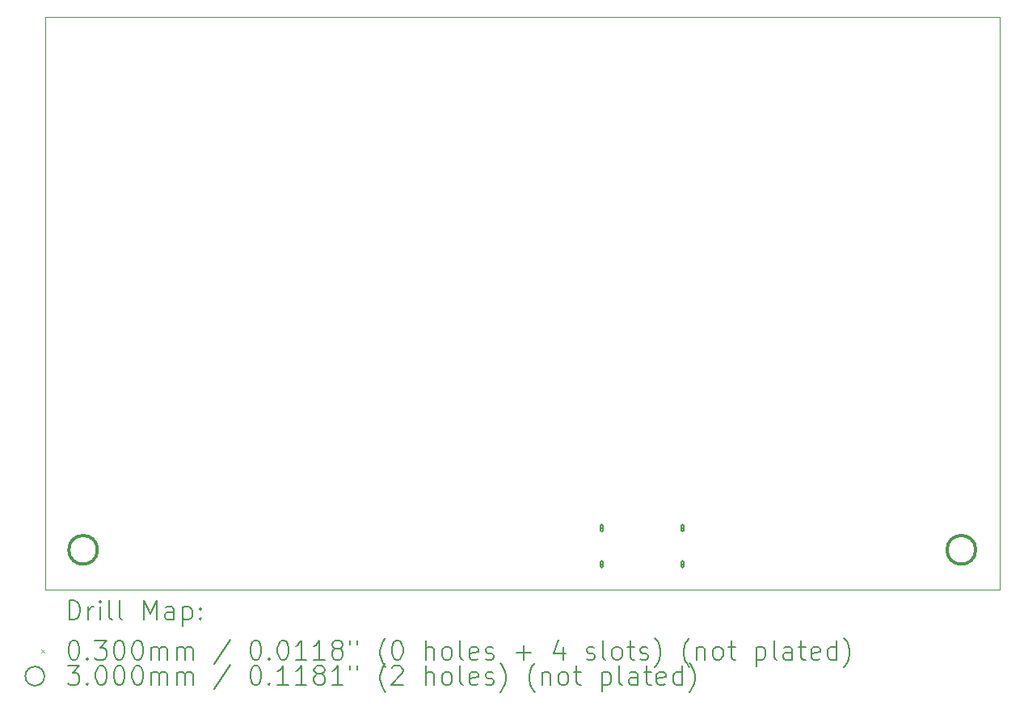
<source format=gbr>
%TF.GenerationSoftware,KiCad,Pcbnew,7.0.6*%
%TF.CreationDate,2024-06-10T15:38:22+10:00*%
%TF.ProjectId,AnalogVoltMeterClock,416e616c-6f67-4566-9f6c-744d65746572,rev?*%
%TF.SameCoordinates,Original*%
%TF.FileFunction,Drillmap*%
%TF.FilePolarity,Positive*%
%FSLAX45Y45*%
G04 Gerber Fmt 4.5, Leading zero omitted, Abs format (unit mm)*
G04 Created by KiCad (PCBNEW 7.0.6) date 2024-06-10 15:38:22*
%MOMM*%
%LPD*%
G01*
G04 APERTURE LIST*
%ADD10C,0.100000*%
%ADD11C,0.200000*%
%ADD12C,0.030000*%
%ADD13C,0.300000*%
G04 APERTURE END LIST*
D10*
X7700000Y-7000000D02*
X17700000Y-7000000D01*
X7700000Y-13000000D02*
X17700000Y-13000000D01*
X7700000Y-7000000D02*
X7700000Y-13000000D01*
X17700000Y-7000000D02*
X17700000Y-13000000D01*
D11*
D12*
X13518000Y-12720000D02*
X13548000Y-12750000D01*
X13548000Y-12720000D02*
X13518000Y-12750000D01*
D11*
X13548000Y-12760000D02*
X13548000Y-12710000D01*
X13548000Y-12710000D02*
G75*
G03*
X13518000Y-12710000I-15000J0D01*
G01*
X13518000Y-12710000D02*
X13518000Y-12760000D01*
X13518000Y-12760000D02*
G75*
G03*
X13548000Y-12760000I15000J0D01*
G01*
D12*
X13519500Y-12341250D02*
X13549500Y-12371250D01*
X13549500Y-12341250D02*
X13519500Y-12371250D01*
D11*
X13549500Y-12381250D02*
X13549500Y-12331250D01*
X13549500Y-12331250D02*
G75*
G03*
X13519500Y-12331250I-15000J0D01*
G01*
X13519500Y-12331250D02*
X13519500Y-12381250D01*
X13519500Y-12381250D02*
G75*
G03*
X13549500Y-12381250I15000J0D01*
G01*
D12*
X14364500Y-12341250D02*
X14394500Y-12371250D01*
X14394500Y-12341250D02*
X14364500Y-12371250D01*
D11*
X14394500Y-12381250D02*
X14394500Y-12331250D01*
X14394500Y-12331250D02*
G75*
G03*
X14364500Y-12331250I-15000J0D01*
G01*
X14364500Y-12331250D02*
X14364500Y-12381250D01*
X14364500Y-12381250D02*
G75*
G03*
X14394500Y-12381250I15000J0D01*
G01*
D12*
X14366000Y-12720000D02*
X14396000Y-12750000D01*
X14396000Y-12720000D02*
X14366000Y-12750000D01*
D11*
X14396000Y-12760000D02*
X14396000Y-12710000D01*
X14396000Y-12710000D02*
G75*
G03*
X14366000Y-12710000I-15000J0D01*
G01*
X14366000Y-12710000D02*
X14366000Y-12760000D01*
X14366000Y-12760000D02*
G75*
G03*
X14396000Y-12760000I15000J0D01*
G01*
D13*
X8250000Y-12585000D02*
G75*
G03*
X8250000Y-12585000I-150000J0D01*
G01*
X17450000Y-12585000D02*
G75*
G03*
X17450000Y-12585000I-150000J0D01*
G01*
D11*
X7955777Y-13316484D02*
X7955777Y-13116484D01*
X7955777Y-13116484D02*
X8003396Y-13116484D01*
X8003396Y-13116484D02*
X8031967Y-13126008D01*
X8031967Y-13126008D02*
X8051015Y-13145055D01*
X8051015Y-13145055D02*
X8060539Y-13164103D01*
X8060539Y-13164103D02*
X8070062Y-13202198D01*
X8070062Y-13202198D02*
X8070062Y-13230769D01*
X8070062Y-13230769D02*
X8060539Y-13268865D01*
X8060539Y-13268865D02*
X8051015Y-13287912D01*
X8051015Y-13287912D02*
X8031967Y-13306960D01*
X8031967Y-13306960D02*
X8003396Y-13316484D01*
X8003396Y-13316484D02*
X7955777Y-13316484D01*
X8155777Y-13316484D02*
X8155777Y-13183150D01*
X8155777Y-13221246D02*
X8165301Y-13202198D01*
X8165301Y-13202198D02*
X8174824Y-13192674D01*
X8174824Y-13192674D02*
X8193872Y-13183150D01*
X8193872Y-13183150D02*
X8212920Y-13183150D01*
X8279586Y-13316484D02*
X8279586Y-13183150D01*
X8279586Y-13116484D02*
X8270062Y-13126008D01*
X8270062Y-13126008D02*
X8279586Y-13135531D01*
X8279586Y-13135531D02*
X8289110Y-13126008D01*
X8289110Y-13126008D02*
X8279586Y-13116484D01*
X8279586Y-13116484D02*
X8279586Y-13135531D01*
X8403396Y-13316484D02*
X8384348Y-13306960D01*
X8384348Y-13306960D02*
X8374824Y-13287912D01*
X8374824Y-13287912D02*
X8374824Y-13116484D01*
X8508158Y-13316484D02*
X8489110Y-13306960D01*
X8489110Y-13306960D02*
X8479586Y-13287912D01*
X8479586Y-13287912D02*
X8479586Y-13116484D01*
X8736729Y-13316484D02*
X8736729Y-13116484D01*
X8736729Y-13116484D02*
X8803396Y-13259341D01*
X8803396Y-13259341D02*
X8870063Y-13116484D01*
X8870063Y-13116484D02*
X8870063Y-13316484D01*
X9051015Y-13316484D02*
X9051015Y-13211722D01*
X9051015Y-13211722D02*
X9041491Y-13192674D01*
X9041491Y-13192674D02*
X9022444Y-13183150D01*
X9022444Y-13183150D02*
X8984348Y-13183150D01*
X8984348Y-13183150D02*
X8965301Y-13192674D01*
X9051015Y-13306960D02*
X9031967Y-13316484D01*
X9031967Y-13316484D02*
X8984348Y-13316484D01*
X8984348Y-13316484D02*
X8965301Y-13306960D01*
X8965301Y-13306960D02*
X8955777Y-13287912D01*
X8955777Y-13287912D02*
X8955777Y-13268865D01*
X8955777Y-13268865D02*
X8965301Y-13249817D01*
X8965301Y-13249817D02*
X8984348Y-13240293D01*
X8984348Y-13240293D02*
X9031967Y-13240293D01*
X9031967Y-13240293D02*
X9051015Y-13230769D01*
X9146253Y-13183150D02*
X9146253Y-13383150D01*
X9146253Y-13192674D02*
X9165301Y-13183150D01*
X9165301Y-13183150D02*
X9203396Y-13183150D01*
X9203396Y-13183150D02*
X9222444Y-13192674D01*
X9222444Y-13192674D02*
X9231967Y-13202198D01*
X9231967Y-13202198D02*
X9241491Y-13221246D01*
X9241491Y-13221246D02*
X9241491Y-13278388D01*
X9241491Y-13278388D02*
X9231967Y-13297436D01*
X9231967Y-13297436D02*
X9222444Y-13306960D01*
X9222444Y-13306960D02*
X9203396Y-13316484D01*
X9203396Y-13316484D02*
X9165301Y-13316484D01*
X9165301Y-13316484D02*
X9146253Y-13306960D01*
X9327205Y-13297436D02*
X9336729Y-13306960D01*
X9336729Y-13306960D02*
X9327205Y-13316484D01*
X9327205Y-13316484D02*
X9317682Y-13306960D01*
X9317682Y-13306960D02*
X9327205Y-13297436D01*
X9327205Y-13297436D02*
X9327205Y-13316484D01*
X9327205Y-13192674D02*
X9336729Y-13202198D01*
X9336729Y-13202198D02*
X9327205Y-13211722D01*
X9327205Y-13211722D02*
X9317682Y-13202198D01*
X9317682Y-13202198D02*
X9327205Y-13192674D01*
X9327205Y-13192674D02*
X9327205Y-13211722D01*
D12*
X7665000Y-13630000D02*
X7695000Y-13660000D01*
X7695000Y-13630000D02*
X7665000Y-13660000D01*
D11*
X7993872Y-13536484D02*
X8012920Y-13536484D01*
X8012920Y-13536484D02*
X8031967Y-13546008D01*
X8031967Y-13546008D02*
X8041491Y-13555531D01*
X8041491Y-13555531D02*
X8051015Y-13574579D01*
X8051015Y-13574579D02*
X8060539Y-13612674D01*
X8060539Y-13612674D02*
X8060539Y-13660293D01*
X8060539Y-13660293D02*
X8051015Y-13698388D01*
X8051015Y-13698388D02*
X8041491Y-13717436D01*
X8041491Y-13717436D02*
X8031967Y-13726960D01*
X8031967Y-13726960D02*
X8012920Y-13736484D01*
X8012920Y-13736484D02*
X7993872Y-13736484D01*
X7993872Y-13736484D02*
X7974824Y-13726960D01*
X7974824Y-13726960D02*
X7965301Y-13717436D01*
X7965301Y-13717436D02*
X7955777Y-13698388D01*
X7955777Y-13698388D02*
X7946253Y-13660293D01*
X7946253Y-13660293D02*
X7946253Y-13612674D01*
X7946253Y-13612674D02*
X7955777Y-13574579D01*
X7955777Y-13574579D02*
X7965301Y-13555531D01*
X7965301Y-13555531D02*
X7974824Y-13546008D01*
X7974824Y-13546008D02*
X7993872Y-13536484D01*
X8146253Y-13717436D02*
X8155777Y-13726960D01*
X8155777Y-13726960D02*
X8146253Y-13736484D01*
X8146253Y-13736484D02*
X8136729Y-13726960D01*
X8136729Y-13726960D02*
X8146253Y-13717436D01*
X8146253Y-13717436D02*
X8146253Y-13736484D01*
X8222443Y-13536484D02*
X8346253Y-13536484D01*
X8346253Y-13536484D02*
X8279586Y-13612674D01*
X8279586Y-13612674D02*
X8308158Y-13612674D01*
X8308158Y-13612674D02*
X8327205Y-13622198D01*
X8327205Y-13622198D02*
X8336729Y-13631722D01*
X8336729Y-13631722D02*
X8346253Y-13650769D01*
X8346253Y-13650769D02*
X8346253Y-13698388D01*
X8346253Y-13698388D02*
X8336729Y-13717436D01*
X8336729Y-13717436D02*
X8327205Y-13726960D01*
X8327205Y-13726960D02*
X8308158Y-13736484D01*
X8308158Y-13736484D02*
X8251015Y-13736484D01*
X8251015Y-13736484D02*
X8231967Y-13726960D01*
X8231967Y-13726960D02*
X8222443Y-13717436D01*
X8470063Y-13536484D02*
X8489110Y-13536484D01*
X8489110Y-13536484D02*
X8508158Y-13546008D01*
X8508158Y-13546008D02*
X8517682Y-13555531D01*
X8517682Y-13555531D02*
X8527205Y-13574579D01*
X8527205Y-13574579D02*
X8536729Y-13612674D01*
X8536729Y-13612674D02*
X8536729Y-13660293D01*
X8536729Y-13660293D02*
X8527205Y-13698388D01*
X8527205Y-13698388D02*
X8517682Y-13717436D01*
X8517682Y-13717436D02*
X8508158Y-13726960D01*
X8508158Y-13726960D02*
X8489110Y-13736484D01*
X8489110Y-13736484D02*
X8470063Y-13736484D01*
X8470063Y-13736484D02*
X8451015Y-13726960D01*
X8451015Y-13726960D02*
X8441491Y-13717436D01*
X8441491Y-13717436D02*
X8431967Y-13698388D01*
X8431967Y-13698388D02*
X8422444Y-13660293D01*
X8422444Y-13660293D02*
X8422444Y-13612674D01*
X8422444Y-13612674D02*
X8431967Y-13574579D01*
X8431967Y-13574579D02*
X8441491Y-13555531D01*
X8441491Y-13555531D02*
X8451015Y-13546008D01*
X8451015Y-13546008D02*
X8470063Y-13536484D01*
X8660539Y-13536484D02*
X8679586Y-13536484D01*
X8679586Y-13536484D02*
X8698634Y-13546008D01*
X8698634Y-13546008D02*
X8708158Y-13555531D01*
X8708158Y-13555531D02*
X8717682Y-13574579D01*
X8717682Y-13574579D02*
X8727205Y-13612674D01*
X8727205Y-13612674D02*
X8727205Y-13660293D01*
X8727205Y-13660293D02*
X8717682Y-13698388D01*
X8717682Y-13698388D02*
X8708158Y-13717436D01*
X8708158Y-13717436D02*
X8698634Y-13726960D01*
X8698634Y-13726960D02*
X8679586Y-13736484D01*
X8679586Y-13736484D02*
X8660539Y-13736484D01*
X8660539Y-13736484D02*
X8641491Y-13726960D01*
X8641491Y-13726960D02*
X8631967Y-13717436D01*
X8631967Y-13717436D02*
X8622444Y-13698388D01*
X8622444Y-13698388D02*
X8612920Y-13660293D01*
X8612920Y-13660293D02*
X8612920Y-13612674D01*
X8612920Y-13612674D02*
X8622444Y-13574579D01*
X8622444Y-13574579D02*
X8631967Y-13555531D01*
X8631967Y-13555531D02*
X8641491Y-13546008D01*
X8641491Y-13546008D02*
X8660539Y-13536484D01*
X8812920Y-13736484D02*
X8812920Y-13603150D01*
X8812920Y-13622198D02*
X8822444Y-13612674D01*
X8822444Y-13612674D02*
X8841491Y-13603150D01*
X8841491Y-13603150D02*
X8870063Y-13603150D01*
X8870063Y-13603150D02*
X8889110Y-13612674D01*
X8889110Y-13612674D02*
X8898634Y-13631722D01*
X8898634Y-13631722D02*
X8898634Y-13736484D01*
X8898634Y-13631722D02*
X8908158Y-13612674D01*
X8908158Y-13612674D02*
X8927205Y-13603150D01*
X8927205Y-13603150D02*
X8955777Y-13603150D01*
X8955777Y-13603150D02*
X8974825Y-13612674D01*
X8974825Y-13612674D02*
X8984348Y-13631722D01*
X8984348Y-13631722D02*
X8984348Y-13736484D01*
X9079586Y-13736484D02*
X9079586Y-13603150D01*
X9079586Y-13622198D02*
X9089110Y-13612674D01*
X9089110Y-13612674D02*
X9108158Y-13603150D01*
X9108158Y-13603150D02*
X9136729Y-13603150D01*
X9136729Y-13603150D02*
X9155777Y-13612674D01*
X9155777Y-13612674D02*
X9165301Y-13631722D01*
X9165301Y-13631722D02*
X9165301Y-13736484D01*
X9165301Y-13631722D02*
X9174825Y-13612674D01*
X9174825Y-13612674D02*
X9193872Y-13603150D01*
X9193872Y-13603150D02*
X9222444Y-13603150D01*
X9222444Y-13603150D02*
X9241491Y-13612674D01*
X9241491Y-13612674D02*
X9251015Y-13631722D01*
X9251015Y-13631722D02*
X9251015Y-13736484D01*
X9641491Y-13526960D02*
X9470063Y-13784103D01*
X9898634Y-13536484D02*
X9917682Y-13536484D01*
X9917682Y-13536484D02*
X9936729Y-13546008D01*
X9936729Y-13546008D02*
X9946253Y-13555531D01*
X9946253Y-13555531D02*
X9955777Y-13574579D01*
X9955777Y-13574579D02*
X9965301Y-13612674D01*
X9965301Y-13612674D02*
X9965301Y-13660293D01*
X9965301Y-13660293D02*
X9955777Y-13698388D01*
X9955777Y-13698388D02*
X9946253Y-13717436D01*
X9946253Y-13717436D02*
X9936729Y-13726960D01*
X9936729Y-13726960D02*
X9917682Y-13736484D01*
X9917682Y-13736484D02*
X9898634Y-13736484D01*
X9898634Y-13736484D02*
X9879587Y-13726960D01*
X9879587Y-13726960D02*
X9870063Y-13717436D01*
X9870063Y-13717436D02*
X9860539Y-13698388D01*
X9860539Y-13698388D02*
X9851015Y-13660293D01*
X9851015Y-13660293D02*
X9851015Y-13612674D01*
X9851015Y-13612674D02*
X9860539Y-13574579D01*
X9860539Y-13574579D02*
X9870063Y-13555531D01*
X9870063Y-13555531D02*
X9879587Y-13546008D01*
X9879587Y-13546008D02*
X9898634Y-13536484D01*
X10051015Y-13717436D02*
X10060539Y-13726960D01*
X10060539Y-13726960D02*
X10051015Y-13736484D01*
X10051015Y-13736484D02*
X10041491Y-13726960D01*
X10041491Y-13726960D02*
X10051015Y-13717436D01*
X10051015Y-13717436D02*
X10051015Y-13736484D01*
X10184348Y-13536484D02*
X10203396Y-13536484D01*
X10203396Y-13536484D02*
X10222444Y-13546008D01*
X10222444Y-13546008D02*
X10231968Y-13555531D01*
X10231968Y-13555531D02*
X10241491Y-13574579D01*
X10241491Y-13574579D02*
X10251015Y-13612674D01*
X10251015Y-13612674D02*
X10251015Y-13660293D01*
X10251015Y-13660293D02*
X10241491Y-13698388D01*
X10241491Y-13698388D02*
X10231968Y-13717436D01*
X10231968Y-13717436D02*
X10222444Y-13726960D01*
X10222444Y-13726960D02*
X10203396Y-13736484D01*
X10203396Y-13736484D02*
X10184348Y-13736484D01*
X10184348Y-13736484D02*
X10165301Y-13726960D01*
X10165301Y-13726960D02*
X10155777Y-13717436D01*
X10155777Y-13717436D02*
X10146253Y-13698388D01*
X10146253Y-13698388D02*
X10136729Y-13660293D01*
X10136729Y-13660293D02*
X10136729Y-13612674D01*
X10136729Y-13612674D02*
X10146253Y-13574579D01*
X10146253Y-13574579D02*
X10155777Y-13555531D01*
X10155777Y-13555531D02*
X10165301Y-13546008D01*
X10165301Y-13546008D02*
X10184348Y-13536484D01*
X10441491Y-13736484D02*
X10327206Y-13736484D01*
X10384348Y-13736484D02*
X10384348Y-13536484D01*
X10384348Y-13536484D02*
X10365301Y-13565055D01*
X10365301Y-13565055D02*
X10346253Y-13584103D01*
X10346253Y-13584103D02*
X10327206Y-13593627D01*
X10631968Y-13736484D02*
X10517682Y-13736484D01*
X10574825Y-13736484D02*
X10574825Y-13536484D01*
X10574825Y-13536484D02*
X10555777Y-13565055D01*
X10555777Y-13565055D02*
X10536729Y-13584103D01*
X10536729Y-13584103D02*
X10517682Y-13593627D01*
X10746253Y-13622198D02*
X10727206Y-13612674D01*
X10727206Y-13612674D02*
X10717682Y-13603150D01*
X10717682Y-13603150D02*
X10708158Y-13584103D01*
X10708158Y-13584103D02*
X10708158Y-13574579D01*
X10708158Y-13574579D02*
X10717682Y-13555531D01*
X10717682Y-13555531D02*
X10727206Y-13546008D01*
X10727206Y-13546008D02*
X10746253Y-13536484D01*
X10746253Y-13536484D02*
X10784349Y-13536484D01*
X10784349Y-13536484D02*
X10803396Y-13546008D01*
X10803396Y-13546008D02*
X10812920Y-13555531D01*
X10812920Y-13555531D02*
X10822444Y-13574579D01*
X10822444Y-13574579D02*
X10822444Y-13584103D01*
X10822444Y-13584103D02*
X10812920Y-13603150D01*
X10812920Y-13603150D02*
X10803396Y-13612674D01*
X10803396Y-13612674D02*
X10784349Y-13622198D01*
X10784349Y-13622198D02*
X10746253Y-13622198D01*
X10746253Y-13622198D02*
X10727206Y-13631722D01*
X10727206Y-13631722D02*
X10717682Y-13641246D01*
X10717682Y-13641246D02*
X10708158Y-13660293D01*
X10708158Y-13660293D02*
X10708158Y-13698388D01*
X10708158Y-13698388D02*
X10717682Y-13717436D01*
X10717682Y-13717436D02*
X10727206Y-13726960D01*
X10727206Y-13726960D02*
X10746253Y-13736484D01*
X10746253Y-13736484D02*
X10784349Y-13736484D01*
X10784349Y-13736484D02*
X10803396Y-13726960D01*
X10803396Y-13726960D02*
X10812920Y-13717436D01*
X10812920Y-13717436D02*
X10822444Y-13698388D01*
X10822444Y-13698388D02*
X10822444Y-13660293D01*
X10822444Y-13660293D02*
X10812920Y-13641246D01*
X10812920Y-13641246D02*
X10803396Y-13631722D01*
X10803396Y-13631722D02*
X10784349Y-13622198D01*
X10898634Y-13536484D02*
X10898634Y-13574579D01*
X10974825Y-13536484D02*
X10974825Y-13574579D01*
X11270063Y-13812674D02*
X11260539Y-13803150D01*
X11260539Y-13803150D02*
X11241491Y-13774579D01*
X11241491Y-13774579D02*
X11231968Y-13755531D01*
X11231968Y-13755531D02*
X11222444Y-13726960D01*
X11222444Y-13726960D02*
X11212920Y-13679341D01*
X11212920Y-13679341D02*
X11212920Y-13641246D01*
X11212920Y-13641246D02*
X11222444Y-13593627D01*
X11222444Y-13593627D02*
X11231968Y-13565055D01*
X11231968Y-13565055D02*
X11241491Y-13546008D01*
X11241491Y-13546008D02*
X11260539Y-13517436D01*
X11260539Y-13517436D02*
X11270063Y-13507912D01*
X11384348Y-13536484D02*
X11403396Y-13536484D01*
X11403396Y-13536484D02*
X11422444Y-13546008D01*
X11422444Y-13546008D02*
X11431968Y-13555531D01*
X11431968Y-13555531D02*
X11441491Y-13574579D01*
X11441491Y-13574579D02*
X11451015Y-13612674D01*
X11451015Y-13612674D02*
X11451015Y-13660293D01*
X11451015Y-13660293D02*
X11441491Y-13698388D01*
X11441491Y-13698388D02*
X11431968Y-13717436D01*
X11431968Y-13717436D02*
X11422444Y-13726960D01*
X11422444Y-13726960D02*
X11403396Y-13736484D01*
X11403396Y-13736484D02*
X11384348Y-13736484D01*
X11384348Y-13736484D02*
X11365301Y-13726960D01*
X11365301Y-13726960D02*
X11355777Y-13717436D01*
X11355777Y-13717436D02*
X11346253Y-13698388D01*
X11346253Y-13698388D02*
X11336729Y-13660293D01*
X11336729Y-13660293D02*
X11336729Y-13612674D01*
X11336729Y-13612674D02*
X11346253Y-13574579D01*
X11346253Y-13574579D02*
X11355777Y-13555531D01*
X11355777Y-13555531D02*
X11365301Y-13546008D01*
X11365301Y-13546008D02*
X11384348Y-13536484D01*
X11689110Y-13736484D02*
X11689110Y-13536484D01*
X11774825Y-13736484D02*
X11774825Y-13631722D01*
X11774825Y-13631722D02*
X11765301Y-13612674D01*
X11765301Y-13612674D02*
X11746253Y-13603150D01*
X11746253Y-13603150D02*
X11717682Y-13603150D01*
X11717682Y-13603150D02*
X11698634Y-13612674D01*
X11698634Y-13612674D02*
X11689110Y-13622198D01*
X11898634Y-13736484D02*
X11879587Y-13726960D01*
X11879587Y-13726960D02*
X11870063Y-13717436D01*
X11870063Y-13717436D02*
X11860539Y-13698388D01*
X11860539Y-13698388D02*
X11860539Y-13641246D01*
X11860539Y-13641246D02*
X11870063Y-13622198D01*
X11870063Y-13622198D02*
X11879587Y-13612674D01*
X11879587Y-13612674D02*
X11898634Y-13603150D01*
X11898634Y-13603150D02*
X11927206Y-13603150D01*
X11927206Y-13603150D02*
X11946253Y-13612674D01*
X11946253Y-13612674D02*
X11955777Y-13622198D01*
X11955777Y-13622198D02*
X11965301Y-13641246D01*
X11965301Y-13641246D02*
X11965301Y-13698388D01*
X11965301Y-13698388D02*
X11955777Y-13717436D01*
X11955777Y-13717436D02*
X11946253Y-13726960D01*
X11946253Y-13726960D02*
X11927206Y-13736484D01*
X11927206Y-13736484D02*
X11898634Y-13736484D01*
X12079587Y-13736484D02*
X12060539Y-13726960D01*
X12060539Y-13726960D02*
X12051015Y-13707912D01*
X12051015Y-13707912D02*
X12051015Y-13536484D01*
X12231968Y-13726960D02*
X12212920Y-13736484D01*
X12212920Y-13736484D02*
X12174825Y-13736484D01*
X12174825Y-13736484D02*
X12155777Y-13726960D01*
X12155777Y-13726960D02*
X12146253Y-13707912D01*
X12146253Y-13707912D02*
X12146253Y-13631722D01*
X12146253Y-13631722D02*
X12155777Y-13612674D01*
X12155777Y-13612674D02*
X12174825Y-13603150D01*
X12174825Y-13603150D02*
X12212920Y-13603150D01*
X12212920Y-13603150D02*
X12231968Y-13612674D01*
X12231968Y-13612674D02*
X12241491Y-13631722D01*
X12241491Y-13631722D02*
X12241491Y-13650769D01*
X12241491Y-13650769D02*
X12146253Y-13669817D01*
X12317682Y-13726960D02*
X12336730Y-13736484D01*
X12336730Y-13736484D02*
X12374825Y-13736484D01*
X12374825Y-13736484D02*
X12393872Y-13726960D01*
X12393872Y-13726960D02*
X12403396Y-13707912D01*
X12403396Y-13707912D02*
X12403396Y-13698388D01*
X12403396Y-13698388D02*
X12393872Y-13679341D01*
X12393872Y-13679341D02*
X12374825Y-13669817D01*
X12374825Y-13669817D02*
X12346253Y-13669817D01*
X12346253Y-13669817D02*
X12327206Y-13660293D01*
X12327206Y-13660293D02*
X12317682Y-13641246D01*
X12317682Y-13641246D02*
X12317682Y-13631722D01*
X12317682Y-13631722D02*
X12327206Y-13612674D01*
X12327206Y-13612674D02*
X12346253Y-13603150D01*
X12346253Y-13603150D02*
X12374825Y-13603150D01*
X12374825Y-13603150D02*
X12393872Y-13612674D01*
X12641492Y-13660293D02*
X12793873Y-13660293D01*
X12717682Y-13736484D02*
X12717682Y-13584103D01*
X13127206Y-13603150D02*
X13127206Y-13736484D01*
X13079587Y-13526960D02*
X13031968Y-13669817D01*
X13031968Y-13669817D02*
X13155777Y-13669817D01*
X13374825Y-13726960D02*
X13393873Y-13736484D01*
X13393873Y-13736484D02*
X13431968Y-13736484D01*
X13431968Y-13736484D02*
X13451015Y-13726960D01*
X13451015Y-13726960D02*
X13460539Y-13707912D01*
X13460539Y-13707912D02*
X13460539Y-13698388D01*
X13460539Y-13698388D02*
X13451015Y-13679341D01*
X13451015Y-13679341D02*
X13431968Y-13669817D01*
X13431968Y-13669817D02*
X13403396Y-13669817D01*
X13403396Y-13669817D02*
X13384349Y-13660293D01*
X13384349Y-13660293D02*
X13374825Y-13641246D01*
X13374825Y-13641246D02*
X13374825Y-13631722D01*
X13374825Y-13631722D02*
X13384349Y-13612674D01*
X13384349Y-13612674D02*
X13403396Y-13603150D01*
X13403396Y-13603150D02*
X13431968Y-13603150D01*
X13431968Y-13603150D02*
X13451015Y-13612674D01*
X13574825Y-13736484D02*
X13555777Y-13726960D01*
X13555777Y-13726960D02*
X13546254Y-13707912D01*
X13546254Y-13707912D02*
X13546254Y-13536484D01*
X13679587Y-13736484D02*
X13660539Y-13726960D01*
X13660539Y-13726960D02*
X13651015Y-13717436D01*
X13651015Y-13717436D02*
X13641492Y-13698388D01*
X13641492Y-13698388D02*
X13641492Y-13641246D01*
X13641492Y-13641246D02*
X13651015Y-13622198D01*
X13651015Y-13622198D02*
X13660539Y-13612674D01*
X13660539Y-13612674D02*
X13679587Y-13603150D01*
X13679587Y-13603150D02*
X13708158Y-13603150D01*
X13708158Y-13603150D02*
X13727206Y-13612674D01*
X13727206Y-13612674D02*
X13736730Y-13622198D01*
X13736730Y-13622198D02*
X13746254Y-13641246D01*
X13746254Y-13641246D02*
X13746254Y-13698388D01*
X13746254Y-13698388D02*
X13736730Y-13717436D01*
X13736730Y-13717436D02*
X13727206Y-13726960D01*
X13727206Y-13726960D02*
X13708158Y-13736484D01*
X13708158Y-13736484D02*
X13679587Y-13736484D01*
X13803396Y-13603150D02*
X13879587Y-13603150D01*
X13831968Y-13536484D02*
X13831968Y-13707912D01*
X13831968Y-13707912D02*
X13841492Y-13726960D01*
X13841492Y-13726960D02*
X13860539Y-13736484D01*
X13860539Y-13736484D02*
X13879587Y-13736484D01*
X13936730Y-13726960D02*
X13955777Y-13736484D01*
X13955777Y-13736484D02*
X13993873Y-13736484D01*
X13993873Y-13736484D02*
X14012920Y-13726960D01*
X14012920Y-13726960D02*
X14022444Y-13707912D01*
X14022444Y-13707912D02*
X14022444Y-13698388D01*
X14022444Y-13698388D02*
X14012920Y-13679341D01*
X14012920Y-13679341D02*
X13993873Y-13669817D01*
X13993873Y-13669817D02*
X13965301Y-13669817D01*
X13965301Y-13669817D02*
X13946254Y-13660293D01*
X13946254Y-13660293D02*
X13936730Y-13641246D01*
X13936730Y-13641246D02*
X13936730Y-13631722D01*
X13936730Y-13631722D02*
X13946254Y-13612674D01*
X13946254Y-13612674D02*
X13965301Y-13603150D01*
X13965301Y-13603150D02*
X13993873Y-13603150D01*
X13993873Y-13603150D02*
X14012920Y-13612674D01*
X14089111Y-13812674D02*
X14098635Y-13803150D01*
X14098635Y-13803150D02*
X14117682Y-13774579D01*
X14117682Y-13774579D02*
X14127206Y-13755531D01*
X14127206Y-13755531D02*
X14136730Y-13726960D01*
X14136730Y-13726960D02*
X14146254Y-13679341D01*
X14146254Y-13679341D02*
X14146254Y-13641246D01*
X14146254Y-13641246D02*
X14136730Y-13593627D01*
X14136730Y-13593627D02*
X14127206Y-13565055D01*
X14127206Y-13565055D02*
X14117682Y-13546008D01*
X14117682Y-13546008D02*
X14098635Y-13517436D01*
X14098635Y-13517436D02*
X14089111Y-13507912D01*
X14451016Y-13812674D02*
X14441492Y-13803150D01*
X14441492Y-13803150D02*
X14422444Y-13774579D01*
X14422444Y-13774579D02*
X14412920Y-13755531D01*
X14412920Y-13755531D02*
X14403396Y-13726960D01*
X14403396Y-13726960D02*
X14393873Y-13679341D01*
X14393873Y-13679341D02*
X14393873Y-13641246D01*
X14393873Y-13641246D02*
X14403396Y-13593627D01*
X14403396Y-13593627D02*
X14412920Y-13565055D01*
X14412920Y-13565055D02*
X14422444Y-13546008D01*
X14422444Y-13546008D02*
X14441492Y-13517436D01*
X14441492Y-13517436D02*
X14451016Y-13507912D01*
X14527206Y-13603150D02*
X14527206Y-13736484D01*
X14527206Y-13622198D02*
X14536730Y-13612674D01*
X14536730Y-13612674D02*
X14555777Y-13603150D01*
X14555777Y-13603150D02*
X14584349Y-13603150D01*
X14584349Y-13603150D02*
X14603396Y-13612674D01*
X14603396Y-13612674D02*
X14612920Y-13631722D01*
X14612920Y-13631722D02*
X14612920Y-13736484D01*
X14736730Y-13736484D02*
X14717682Y-13726960D01*
X14717682Y-13726960D02*
X14708158Y-13717436D01*
X14708158Y-13717436D02*
X14698635Y-13698388D01*
X14698635Y-13698388D02*
X14698635Y-13641246D01*
X14698635Y-13641246D02*
X14708158Y-13622198D01*
X14708158Y-13622198D02*
X14717682Y-13612674D01*
X14717682Y-13612674D02*
X14736730Y-13603150D01*
X14736730Y-13603150D02*
X14765301Y-13603150D01*
X14765301Y-13603150D02*
X14784349Y-13612674D01*
X14784349Y-13612674D02*
X14793873Y-13622198D01*
X14793873Y-13622198D02*
X14803396Y-13641246D01*
X14803396Y-13641246D02*
X14803396Y-13698388D01*
X14803396Y-13698388D02*
X14793873Y-13717436D01*
X14793873Y-13717436D02*
X14784349Y-13726960D01*
X14784349Y-13726960D02*
X14765301Y-13736484D01*
X14765301Y-13736484D02*
X14736730Y-13736484D01*
X14860539Y-13603150D02*
X14936730Y-13603150D01*
X14889111Y-13536484D02*
X14889111Y-13707912D01*
X14889111Y-13707912D02*
X14898635Y-13726960D01*
X14898635Y-13726960D02*
X14917682Y-13736484D01*
X14917682Y-13736484D02*
X14936730Y-13736484D01*
X15155777Y-13603150D02*
X15155777Y-13803150D01*
X15155777Y-13612674D02*
X15174825Y-13603150D01*
X15174825Y-13603150D02*
X15212920Y-13603150D01*
X15212920Y-13603150D02*
X15231968Y-13612674D01*
X15231968Y-13612674D02*
X15241492Y-13622198D01*
X15241492Y-13622198D02*
X15251016Y-13641246D01*
X15251016Y-13641246D02*
X15251016Y-13698388D01*
X15251016Y-13698388D02*
X15241492Y-13717436D01*
X15241492Y-13717436D02*
X15231968Y-13726960D01*
X15231968Y-13726960D02*
X15212920Y-13736484D01*
X15212920Y-13736484D02*
X15174825Y-13736484D01*
X15174825Y-13736484D02*
X15155777Y-13726960D01*
X15365301Y-13736484D02*
X15346254Y-13726960D01*
X15346254Y-13726960D02*
X15336730Y-13707912D01*
X15336730Y-13707912D02*
X15336730Y-13536484D01*
X15527206Y-13736484D02*
X15527206Y-13631722D01*
X15527206Y-13631722D02*
X15517682Y-13612674D01*
X15517682Y-13612674D02*
X15498635Y-13603150D01*
X15498635Y-13603150D02*
X15460539Y-13603150D01*
X15460539Y-13603150D02*
X15441492Y-13612674D01*
X15527206Y-13726960D02*
X15508158Y-13736484D01*
X15508158Y-13736484D02*
X15460539Y-13736484D01*
X15460539Y-13736484D02*
X15441492Y-13726960D01*
X15441492Y-13726960D02*
X15431968Y-13707912D01*
X15431968Y-13707912D02*
X15431968Y-13688865D01*
X15431968Y-13688865D02*
X15441492Y-13669817D01*
X15441492Y-13669817D02*
X15460539Y-13660293D01*
X15460539Y-13660293D02*
X15508158Y-13660293D01*
X15508158Y-13660293D02*
X15527206Y-13650769D01*
X15593873Y-13603150D02*
X15670063Y-13603150D01*
X15622444Y-13536484D02*
X15622444Y-13707912D01*
X15622444Y-13707912D02*
X15631968Y-13726960D01*
X15631968Y-13726960D02*
X15651016Y-13736484D01*
X15651016Y-13736484D02*
X15670063Y-13736484D01*
X15812920Y-13726960D02*
X15793873Y-13736484D01*
X15793873Y-13736484D02*
X15755777Y-13736484D01*
X15755777Y-13736484D02*
X15736730Y-13726960D01*
X15736730Y-13726960D02*
X15727206Y-13707912D01*
X15727206Y-13707912D02*
X15727206Y-13631722D01*
X15727206Y-13631722D02*
X15736730Y-13612674D01*
X15736730Y-13612674D02*
X15755777Y-13603150D01*
X15755777Y-13603150D02*
X15793873Y-13603150D01*
X15793873Y-13603150D02*
X15812920Y-13612674D01*
X15812920Y-13612674D02*
X15822444Y-13631722D01*
X15822444Y-13631722D02*
X15822444Y-13650769D01*
X15822444Y-13650769D02*
X15727206Y-13669817D01*
X15993873Y-13736484D02*
X15993873Y-13536484D01*
X15993873Y-13726960D02*
X15974825Y-13736484D01*
X15974825Y-13736484D02*
X15936730Y-13736484D01*
X15936730Y-13736484D02*
X15917682Y-13726960D01*
X15917682Y-13726960D02*
X15908158Y-13717436D01*
X15908158Y-13717436D02*
X15898635Y-13698388D01*
X15898635Y-13698388D02*
X15898635Y-13641246D01*
X15898635Y-13641246D02*
X15908158Y-13622198D01*
X15908158Y-13622198D02*
X15917682Y-13612674D01*
X15917682Y-13612674D02*
X15936730Y-13603150D01*
X15936730Y-13603150D02*
X15974825Y-13603150D01*
X15974825Y-13603150D02*
X15993873Y-13612674D01*
X16070063Y-13812674D02*
X16079587Y-13803150D01*
X16079587Y-13803150D02*
X16098635Y-13774579D01*
X16098635Y-13774579D02*
X16108158Y-13755531D01*
X16108158Y-13755531D02*
X16117682Y-13726960D01*
X16117682Y-13726960D02*
X16127206Y-13679341D01*
X16127206Y-13679341D02*
X16127206Y-13641246D01*
X16127206Y-13641246D02*
X16117682Y-13593627D01*
X16117682Y-13593627D02*
X16108158Y-13565055D01*
X16108158Y-13565055D02*
X16098635Y-13546008D01*
X16098635Y-13546008D02*
X16079587Y-13517436D01*
X16079587Y-13517436D02*
X16070063Y-13507912D01*
X7695000Y-13909000D02*
G75*
G03*
X7695000Y-13909000I-100000J0D01*
G01*
X7936729Y-13800484D02*
X8060539Y-13800484D01*
X8060539Y-13800484D02*
X7993872Y-13876674D01*
X7993872Y-13876674D02*
X8022443Y-13876674D01*
X8022443Y-13876674D02*
X8041491Y-13886198D01*
X8041491Y-13886198D02*
X8051015Y-13895722D01*
X8051015Y-13895722D02*
X8060539Y-13914769D01*
X8060539Y-13914769D02*
X8060539Y-13962388D01*
X8060539Y-13962388D02*
X8051015Y-13981436D01*
X8051015Y-13981436D02*
X8041491Y-13990960D01*
X8041491Y-13990960D02*
X8022443Y-14000484D01*
X8022443Y-14000484D02*
X7965301Y-14000484D01*
X7965301Y-14000484D02*
X7946253Y-13990960D01*
X7946253Y-13990960D02*
X7936729Y-13981436D01*
X8146253Y-13981436D02*
X8155777Y-13990960D01*
X8155777Y-13990960D02*
X8146253Y-14000484D01*
X8146253Y-14000484D02*
X8136729Y-13990960D01*
X8136729Y-13990960D02*
X8146253Y-13981436D01*
X8146253Y-13981436D02*
X8146253Y-14000484D01*
X8279586Y-13800484D02*
X8298634Y-13800484D01*
X8298634Y-13800484D02*
X8317682Y-13810008D01*
X8317682Y-13810008D02*
X8327205Y-13819531D01*
X8327205Y-13819531D02*
X8336729Y-13838579D01*
X8336729Y-13838579D02*
X8346253Y-13876674D01*
X8346253Y-13876674D02*
X8346253Y-13924293D01*
X8346253Y-13924293D02*
X8336729Y-13962388D01*
X8336729Y-13962388D02*
X8327205Y-13981436D01*
X8327205Y-13981436D02*
X8317682Y-13990960D01*
X8317682Y-13990960D02*
X8298634Y-14000484D01*
X8298634Y-14000484D02*
X8279586Y-14000484D01*
X8279586Y-14000484D02*
X8260539Y-13990960D01*
X8260539Y-13990960D02*
X8251015Y-13981436D01*
X8251015Y-13981436D02*
X8241491Y-13962388D01*
X8241491Y-13962388D02*
X8231967Y-13924293D01*
X8231967Y-13924293D02*
X8231967Y-13876674D01*
X8231967Y-13876674D02*
X8241491Y-13838579D01*
X8241491Y-13838579D02*
X8251015Y-13819531D01*
X8251015Y-13819531D02*
X8260539Y-13810008D01*
X8260539Y-13810008D02*
X8279586Y-13800484D01*
X8470063Y-13800484D02*
X8489110Y-13800484D01*
X8489110Y-13800484D02*
X8508158Y-13810008D01*
X8508158Y-13810008D02*
X8517682Y-13819531D01*
X8517682Y-13819531D02*
X8527205Y-13838579D01*
X8527205Y-13838579D02*
X8536729Y-13876674D01*
X8536729Y-13876674D02*
X8536729Y-13924293D01*
X8536729Y-13924293D02*
X8527205Y-13962388D01*
X8527205Y-13962388D02*
X8517682Y-13981436D01*
X8517682Y-13981436D02*
X8508158Y-13990960D01*
X8508158Y-13990960D02*
X8489110Y-14000484D01*
X8489110Y-14000484D02*
X8470063Y-14000484D01*
X8470063Y-14000484D02*
X8451015Y-13990960D01*
X8451015Y-13990960D02*
X8441491Y-13981436D01*
X8441491Y-13981436D02*
X8431967Y-13962388D01*
X8431967Y-13962388D02*
X8422444Y-13924293D01*
X8422444Y-13924293D02*
X8422444Y-13876674D01*
X8422444Y-13876674D02*
X8431967Y-13838579D01*
X8431967Y-13838579D02*
X8441491Y-13819531D01*
X8441491Y-13819531D02*
X8451015Y-13810008D01*
X8451015Y-13810008D02*
X8470063Y-13800484D01*
X8660539Y-13800484D02*
X8679586Y-13800484D01*
X8679586Y-13800484D02*
X8698634Y-13810008D01*
X8698634Y-13810008D02*
X8708158Y-13819531D01*
X8708158Y-13819531D02*
X8717682Y-13838579D01*
X8717682Y-13838579D02*
X8727205Y-13876674D01*
X8727205Y-13876674D02*
X8727205Y-13924293D01*
X8727205Y-13924293D02*
X8717682Y-13962388D01*
X8717682Y-13962388D02*
X8708158Y-13981436D01*
X8708158Y-13981436D02*
X8698634Y-13990960D01*
X8698634Y-13990960D02*
X8679586Y-14000484D01*
X8679586Y-14000484D02*
X8660539Y-14000484D01*
X8660539Y-14000484D02*
X8641491Y-13990960D01*
X8641491Y-13990960D02*
X8631967Y-13981436D01*
X8631967Y-13981436D02*
X8622444Y-13962388D01*
X8622444Y-13962388D02*
X8612920Y-13924293D01*
X8612920Y-13924293D02*
X8612920Y-13876674D01*
X8612920Y-13876674D02*
X8622444Y-13838579D01*
X8622444Y-13838579D02*
X8631967Y-13819531D01*
X8631967Y-13819531D02*
X8641491Y-13810008D01*
X8641491Y-13810008D02*
X8660539Y-13800484D01*
X8812920Y-14000484D02*
X8812920Y-13867150D01*
X8812920Y-13886198D02*
X8822444Y-13876674D01*
X8822444Y-13876674D02*
X8841491Y-13867150D01*
X8841491Y-13867150D02*
X8870063Y-13867150D01*
X8870063Y-13867150D02*
X8889110Y-13876674D01*
X8889110Y-13876674D02*
X8898634Y-13895722D01*
X8898634Y-13895722D02*
X8898634Y-14000484D01*
X8898634Y-13895722D02*
X8908158Y-13876674D01*
X8908158Y-13876674D02*
X8927205Y-13867150D01*
X8927205Y-13867150D02*
X8955777Y-13867150D01*
X8955777Y-13867150D02*
X8974825Y-13876674D01*
X8974825Y-13876674D02*
X8984348Y-13895722D01*
X8984348Y-13895722D02*
X8984348Y-14000484D01*
X9079586Y-14000484D02*
X9079586Y-13867150D01*
X9079586Y-13886198D02*
X9089110Y-13876674D01*
X9089110Y-13876674D02*
X9108158Y-13867150D01*
X9108158Y-13867150D02*
X9136729Y-13867150D01*
X9136729Y-13867150D02*
X9155777Y-13876674D01*
X9155777Y-13876674D02*
X9165301Y-13895722D01*
X9165301Y-13895722D02*
X9165301Y-14000484D01*
X9165301Y-13895722D02*
X9174825Y-13876674D01*
X9174825Y-13876674D02*
X9193872Y-13867150D01*
X9193872Y-13867150D02*
X9222444Y-13867150D01*
X9222444Y-13867150D02*
X9241491Y-13876674D01*
X9241491Y-13876674D02*
X9251015Y-13895722D01*
X9251015Y-13895722D02*
X9251015Y-14000484D01*
X9641491Y-13790960D02*
X9470063Y-14048103D01*
X9898634Y-13800484D02*
X9917682Y-13800484D01*
X9917682Y-13800484D02*
X9936729Y-13810008D01*
X9936729Y-13810008D02*
X9946253Y-13819531D01*
X9946253Y-13819531D02*
X9955777Y-13838579D01*
X9955777Y-13838579D02*
X9965301Y-13876674D01*
X9965301Y-13876674D02*
X9965301Y-13924293D01*
X9965301Y-13924293D02*
X9955777Y-13962388D01*
X9955777Y-13962388D02*
X9946253Y-13981436D01*
X9946253Y-13981436D02*
X9936729Y-13990960D01*
X9936729Y-13990960D02*
X9917682Y-14000484D01*
X9917682Y-14000484D02*
X9898634Y-14000484D01*
X9898634Y-14000484D02*
X9879587Y-13990960D01*
X9879587Y-13990960D02*
X9870063Y-13981436D01*
X9870063Y-13981436D02*
X9860539Y-13962388D01*
X9860539Y-13962388D02*
X9851015Y-13924293D01*
X9851015Y-13924293D02*
X9851015Y-13876674D01*
X9851015Y-13876674D02*
X9860539Y-13838579D01*
X9860539Y-13838579D02*
X9870063Y-13819531D01*
X9870063Y-13819531D02*
X9879587Y-13810008D01*
X9879587Y-13810008D02*
X9898634Y-13800484D01*
X10051015Y-13981436D02*
X10060539Y-13990960D01*
X10060539Y-13990960D02*
X10051015Y-14000484D01*
X10051015Y-14000484D02*
X10041491Y-13990960D01*
X10041491Y-13990960D02*
X10051015Y-13981436D01*
X10051015Y-13981436D02*
X10051015Y-14000484D01*
X10251015Y-14000484D02*
X10136729Y-14000484D01*
X10193872Y-14000484D02*
X10193872Y-13800484D01*
X10193872Y-13800484D02*
X10174825Y-13829055D01*
X10174825Y-13829055D02*
X10155777Y-13848103D01*
X10155777Y-13848103D02*
X10136729Y-13857627D01*
X10441491Y-14000484D02*
X10327206Y-14000484D01*
X10384348Y-14000484D02*
X10384348Y-13800484D01*
X10384348Y-13800484D02*
X10365301Y-13829055D01*
X10365301Y-13829055D02*
X10346253Y-13848103D01*
X10346253Y-13848103D02*
X10327206Y-13857627D01*
X10555777Y-13886198D02*
X10536729Y-13876674D01*
X10536729Y-13876674D02*
X10527206Y-13867150D01*
X10527206Y-13867150D02*
X10517682Y-13848103D01*
X10517682Y-13848103D02*
X10517682Y-13838579D01*
X10517682Y-13838579D02*
X10527206Y-13819531D01*
X10527206Y-13819531D02*
X10536729Y-13810008D01*
X10536729Y-13810008D02*
X10555777Y-13800484D01*
X10555777Y-13800484D02*
X10593872Y-13800484D01*
X10593872Y-13800484D02*
X10612920Y-13810008D01*
X10612920Y-13810008D02*
X10622444Y-13819531D01*
X10622444Y-13819531D02*
X10631968Y-13838579D01*
X10631968Y-13838579D02*
X10631968Y-13848103D01*
X10631968Y-13848103D02*
X10622444Y-13867150D01*
X10622444Y-13867150D02*
X10612920Y-13876674D01*
X10612920Y-13876674D02*
X10593872Y-13886198D01*
X10593872Y-13886198D02*
X10555777Y-13886198D01*
X10555777Y-13886198D02*
X10536729Y-13895722D01*
X10536729Y-13895722D02*
X10527206Y-13905246D01*
X10527206Y-13905246D02*
X10517682Y-13924293D01*
X10517682Y-13924293D02*
X10517682Y-13962388D01*
X10517682Y-13962388D02*
X10527206Y-13981436D01*
X10527206Y-13981436D02*
X10536729Y-13990960D01*
X10536729Y-13990960D02*
X10555777Y-14000484D01*
X10555777Y-14000484D02*
X10593872Y-14000484D01*
X10593872Y-14000484D02*
X10612920Y-13990960D01*
X10612920Y-13990960D02*
X10622444Y-13981436D01*
X10622444Y-13981436D02*
X10631968Y-13962388D01*
X10631968Y-13962388D02*
X10631968Y-13924293D01*
X10631968Y-13924293D02*
X10622444Y-13905246D01*
X10622444Y-13905246D02*
X10612920Y-13895722D01*
X10612920Y-13895722D02*
X10593872Y-13886198D01*
X10822444Y-14000484D02*
X10708158Y-14000484D01*
X10765301Y-14000484D02*
X10765301Y-13800484D01*
X10765301Y-13800484D02*
X10746253Y-13829055D01*
X10746253Y-13829055D02*
X10727206Y-13848103D01*
X10727206Y-13848103D02*
X10708158Y-13857627D01*
X10898634Y-13800484D02*
X10898634Y-13838579D01*
X10974825Y-13800484D02*
X10974825Y-13838579D01*
X11270063Y-14076674D02*
X11260539Y-14067150D01*
X11260539Y-14067150D02*
X11241491Y-14038579D01*
X11241491Y-14038579D02*
X11231968Y-14019531D01*
X11231968Y-14019531D02*
X11222444Y-13990960D01*
X11222444Y-13990960D02*
X11212920Y-13943341D01*
X11212920Y-13943341D02*
X11212920Y-13905246D01*
X11212920Y-13905246D02*
X11222444Y-13857627D01*
X11222444Y-13857627D02*
X11231968Y-13829055D01*
X11231968Y-13829055D02*
X11241491Y-13810008D01*
X11241491Y-13810008D02*
X11260539Y-13781436D01*
X11260539Y-13781436D02*
X11270063Y-13771912D01*
X11336729Y-13819531D02*
X11346253Y-13810008D01*
X11346253Y-13810008D02*
X11365301Y-13800484D01*
X11365301Y-13800484D02*
X11412920Y-13800484D01*
X11412920Y-13800484D02*
X11431968Y-13810008D01*
X11431968Y-13810008D02*
X11441491Y-13819531D01*
X11441491Y-13819531D02*
X11451015Y-13838579D01*
X11451015Y-13838579D02*
X11451015Y-13857627D01*
X11451015Y-13857627D02*
X11441491Y-13886198D01*
X11441491Y-13886198D02*
X11327206Y-14000484D01*
X11327206Y-14000484D02*
X11451015Y-14000484D01*
X11689110Y-14000484D02*
X11689110Y-13800484D01*
X11774825Y-14000484D02*
X11774825Y-13895722D01*
X11774825Y-13895722D02*
X11765301Y-13876674D01*
X11765301Y-13876674D02*
X11746253Y-13867150D01*
X11746253Y-13867150D02*
X11717682Y-13867150D01*
X11717682Y-13867150D02*
X11698634Y-13876674D01*
X11698634Y-13876674D02*
X11689110Y-13886198D01*
X11898634Y-14000484D02*
X11879587Y-13990960D01*
X11879587Y-13990960D02*
X11870063Y-13981436D01*
X11870063Y-13981436D02*
X11860539Y-13962388D01*
X11860539Y-13962388D02*
X11860539Y-13905246D01*
X11860539Y-13905246D02*
X11870063Y-13886198D01*
X11870063Y-13886198D02*
X11879587Y-13876674D01*
X11879587Y-13876674D02*
X11898634Y-13867150D01*
X11898634Y-13867150D02*
X11927206Y-13867150D01*
X11927206Y-13867150D02*
X11946253Y-13876674D01*
X11946253Y-13876674D02*
X11955777Y-13886198D01*
X11955777Y-13886198D02*
X11965301Y-13905246D01*
X11965301Y-13905246D02*
X11965301Y-13962388D01*
X11965301Y-13962388D02*
X11955777Y-13981436D01*
X11955777Y-13981436D02*
X11946253Y-13990960D01*
X11946253Y-13990960D02*
X11927206Y-14000484D01*
X11927206Y-14000484D02*
X11898634Y-14000484D01*
X12079587Y-14000484D02*
X12060539Y-13990960D01*
X12060539Y-13990960D02*
X12051015Y-13971912D01*
X12051015Y-13971912D02*
X12051015Y-13800484D01*
X12231968Y-13990960D02*
X12212920Y-14000484D01*
X12212920Y-14000484D02*
X12174825Y-14000484D01*
X12174825Y-14000484D02*
X12155777Y-13990960D01*
X12155777Y-13990960D02*
X12146253Y-13971912D01*
X12146253Y-13971912D02*
X12146253Y-13895722D01*
X12146253Y-13895722D02*
X12155777Y-13876674D01*
X12155777Y-13876674D02*
X12174825Y-13867150D01*
X12174825Y-13867150D02*
X12212920Y-13867150D01*
X12212920Y-13867150D02*
X12231968Y-13876674D01*
X12231968Y-13876674D02*
X12241491Y-13895722D01*
X12241491Y-13895722D02*
X12241491Y-13914769D01*
X12241491Y-13914769D02*
X12146253Y-13933817D01*
X12317682Y-13990960D02*
X12336730Y-14000484D01*
X12336730Y-14000484D02*
X12374825Y-14000484D01*
X12374825Y-14000484D02*
X12393872Y-13990960D01*
X12393872Y-13990960D02*
X12403396Y-13971912D01*
X12403396Y-13971912D02*
X12403396Y-13962388D01*
X12403396Y-13962388D02*
X12393872Y-13943341D01*
X12393872Y-13943341D02*
X12374825Y-13933817D01*
X12374825Y-13933817D02*
X12346253Y-13933817D01*
X12346253Y-13933817D02*
X12327206Y-13924293D01*
X12327206Y-13924293D02*
X12317682Y-13905246D01*
X12317682Y-13905246D02*
X12317682Y-13895722D01*
X12317682Y-13895722D02*
X12327206Y-13876674D01*
X12327206Y-13876674D02*
X12346253Y-13867150D01*
X12346253Y-13867150D02*
X12374825Y-13867150D01*
X12374825Y-13867150D02*
X12393872Y-13876674D01*
X12470063Y-14076674D02*
X12479587Y-14067150D01*
X12479587Y-14067150D02*
X12498634Y-14038579D01*
X12498634Y-14038579D02*
X12508158Y-14019531D01*
X12508158Y-14019531D02*
X12517682Y-13990960D01*
X12517682Y-13990960D02*
X12527206Y-13943341D01*
X12527206Y-13943341D02*
X12527206Y-13905246D01*
X12527206Y-13905246D02*
X12517682Y-13857627D01*
X12517682Y-13857627D02*
X12508158Y-13829055D01*
X12508158Y-13829055D02*
X12498634Y-13810008D01*
X12498634Y-13810008D02*
X12479587Y-13781436D01*
X12479587Y-13781436D02*
X12470063Y-13771912D01*
X12831968Y-14076674D02*
X12822444Y-14067150D01*
X12822444Y-14067150D02*
X12803396Y-14038579D01*
X12803396Y-14038579D02*
X12793872Y-14019531D01*
X12793872Y-14019531D02*
X12784349Y-13990960D01*
X12784349Y-13990960D02*
X12774825Y-13943341D01*
X12774825Y-13943341D02*
X12774825Y-13905246D01*
X12774825Y-13905246D02*
X12784349Y-13857627D01*
X12784349Y-13857627D02*
X12793872Y-13829055D01*
X12793872Y-13829055D02*
X12803396Y-13810008D01*
X12803396Y-13810008D02*
X12822444Y-13781436D01*
X12822444Y-13781436D02*
X12831968Y-13771912D01*
X12908158Y-13867150D02*
X12908158Y-14000484D01*
X12908158Y-13886198D02*
X12917682Y-13876674D01*
X12917682Y-13876674D02*
X12936730Y-13867150D01*
X12936730Y-13867150D02*
X12965301Y-13867150D01*
X12965301Y-13867150D02*
X12984349Y-13876674D01*
X12984349Y-13876674D02*
X12993872Y-13895722D01*
X12993872Y-13895722D02*
X12993872Y-14000484D01*
X13117682Y-14000484D02*
X13098634Y-13990960D01*
X13098634Y-13990960D02*
X13089111Y-13981436D01*
X13089111Y-13981436D02*
X13079587Y-13962388D01*
X13079587Y-13962388D02*
X13079587Y-13905246D01*
X13079587Y-13905246D02*
X13089111Y-13886198D01*
X13089111Y-13886198D02*
X13098634Y-13876674D01*
X13098634Y-13876674D02*
X13117682Y-13867150D01*
X13117682Y-13867150D02*
X13146253Y-13867150D01*
X13146253Y-13867150D02*
X13165301Y-13876674D01*
X13165301Y-13876674D02*
X13174825Y-13886198D01*
X13174825Y-13886198D02*
X13184349Y-13905246D01*
X13184349Y-13905246D02*
X13184349Y-13962388D01*
X13184349Y-13962388D02*
X13174825Y-13981436D01*
X13174825Y-13981436D02*
X13165301Y-13990960D01*
X13165301Y-13990960D02*
X13146253Y-14000484D01*
X13146253Y-14000484D02*
X13117682Y-14000484D01*
X13241492Y-13867150D02*
X13317682Y-13867150D01*
X13270063Y-13800484D02*
X13270063Y-13971912D01*
X13270063Y-13971912D02*
X13279587Y-13990960D01*
X13279587Y-13990960D02*
X13298634Y-14000484D01*
X13298634Y-14000484D02*
X13317682Y-14000484D01*
X13536730Y-13867150D02*
X13536730Y-14067150D01*
X13536730Y-13876674D02*
X13555777Y-13867150D01*
X13555777Y-13867150D02*
X13593873Y-13867150D01*
X13593873Y-13867150D02*
X13612920Y-13876674D01*
X13612920Y-13876674D02*
X13622444Y-13886198D01*
X13622444Y-13886198D02*
X13631968Y-13905246D01*
X13631968Y-13905246D02*
X13631968Y-13962388D01*
X13631968Y-13962388D02*
X13622444Y-13981436D01*
X13622444Y-13981436D02*
X13612920Y-13990960D01*
X13612920Y-13990960D02*
X13593873Y-14000484D01*
X13593873Y-14000484D02*
X13555777Y-14000484D01*
X13555777Y-14000484D02*
X13536730Y-13990960D01*
X13746253Y-14000484D02*
X13727206Y-13990960D01*
X13727206Y-13990960D02*
X13717682Y-13971912D01*
X13717682Y-13971912D02*
X13717682Y-13800484D01*
X13908158Y-14000484D02*
X13908158Y-13895722D01*
X13908158Y-13895722D02*
X13898634Y-13876674D01*
X13898634Y-13876674D02*
X13879587Y-13867150D01*
X13879587Y-13867150D02*
X13841492Y-13867150D01*
X13841492Y-13867150D02*
X13822444Y-13876674D01*
X13908158Y-13990960D02*
X13889111Y-14000484D01*
X13889111Y-14000484D02*
X13841492Y-14000484D01*
X13841492Y-14000484D02*
X13822444Y-13990960D01*
X13822444Y-13990960D02*
X13812920Y-13971912D01*
X13812920Y-13971912D02*
X13812920Y-13952865D01*
X13812920Y-13952865D02*
X13822444Y-13933817D01*
X13822444Y-13933817D02*
X13841492Y-13924293D01*
X13841492Y-13924293D02*
X13889111Y-13924293D01*
X13889111Y-13924293D02*
X13908158Y-13914769D01*
X13974825Y-13867150D02*
X14051015Y-13867150D01*
X14003396Y-13800484D02*
X14003396Y-13971912D01*
X14003396Y-13971912D02*
X14012920Y-13990960D01*
X14012920Y-13990960D02*
X14031968Y-14000484D01*
X14031968Y-14000484D02*
X14051015Y-14000484D01*
X14193873Y-13990960D02*
X14174825Y-14000484D01*
X14174825Y-14000484D02*
X14136730Y-14000484D01*
X14136730Y-14000484D02*
X14117682Y-13990960D01*
X14117682Y-13990960D02*
X14108158Y-13971912D01*
X14108158Y-13971912D02*
X14108158Y-13895722D01*
X14108158Y-13895722D02*
X14117682Y-13876674D01*
X14117682Y-13876674D02*
X14136730Y-13867150D01*
X14136730Y-13867150D02*
X14174825Y-13867150D01*
X14174825Y-13867150D02*
X14193873Y-13876674D01*
X14193873Y-13876674D02*
X14203396Y-13895722D01*
X14203396Y-13895722D02*
X14203396Y-13914769D01*
X14203396Y-13914769D02*
X14108158Y-13933817D01*
X14374825Y-14000484D02*
X14374825Y-13800484D01*
X14374825Y-13990960D02*
X14355777Y-14000484D01*
X14355777Y-14000484D02*
X14317682Y-14000484D01*
X14317682Y-14000484D02*
X14298634Y-13990960D01*
X14298634Y-13990960D02*
X14289111Y-13981436D01*
X14289111Y-13981436D02*
X14279587Y-13962388D01*
X14279587Y-13962388D02*
X14279587Y-13905246D01*
X14279587Y-13905246D02*
X14289111Y-13886198D01*
X14289111Y-13886198D02*
X14298634Y-13876674D01*
X14298634Y-13876674D02*
X14317682Y-13867150D01*
X14317682Y-13867150D02*
X14355777Y-13867150D01*
X14355777Y-13867150D02*
X14374825Y-13876674D01*
X14451015Y-14076674D02*
X14460539Y-14067150D01*
X14460539Y-14067150D02*
X14479587Y-14038579D01*
X14479587Y-14038579D02*
X14489111Y-14019531D01*
X14489111Y-14019531D02*
X14498634Y-13990960D01*
X14498634Y-13990960D02*
X14508158Y-13943341D01*
X14508158Y-13943341D02*
X14508158Y-13905246D01*
X14508158Y-13905246D02*
X14498634Y-13857627D01*
X14498634Y-13857627D02*
X14489111Y-13829055D01*
X14489111Y-13829055D02*
X14479587Y-13810008D01*
X14479587Y-13810008D02*
X14460539Y-13781436D01*
X14460539Y-13781436D02*
X14451015Y-13771912D01*
M02*

</source>
